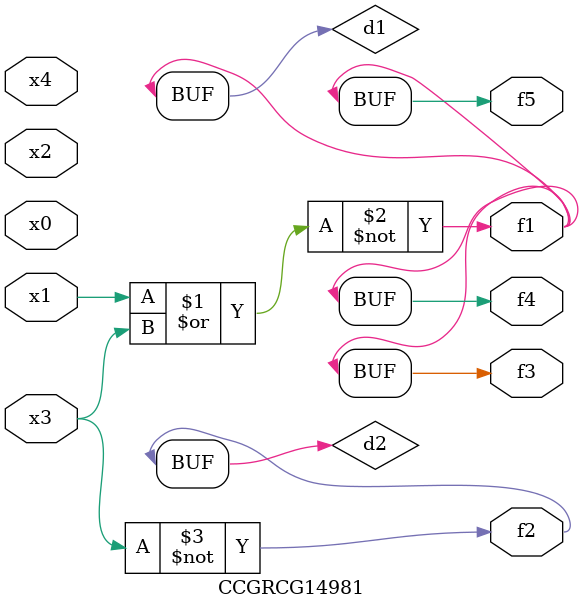
<source format=v>
module CCGRCG14981(
	input x0, x1, x2, x3, x4,
	output f1, f2, f3, f4, f5
);

	wire d1, d2;

	nor (d1, x1, x3);
	not (d2, x3);
	assign f1 = d1;
	assign f2 = d2;
	assign f3 = d1;
	assign f4 = d1;
	assign f5 = d1;
endmodule

</source>
